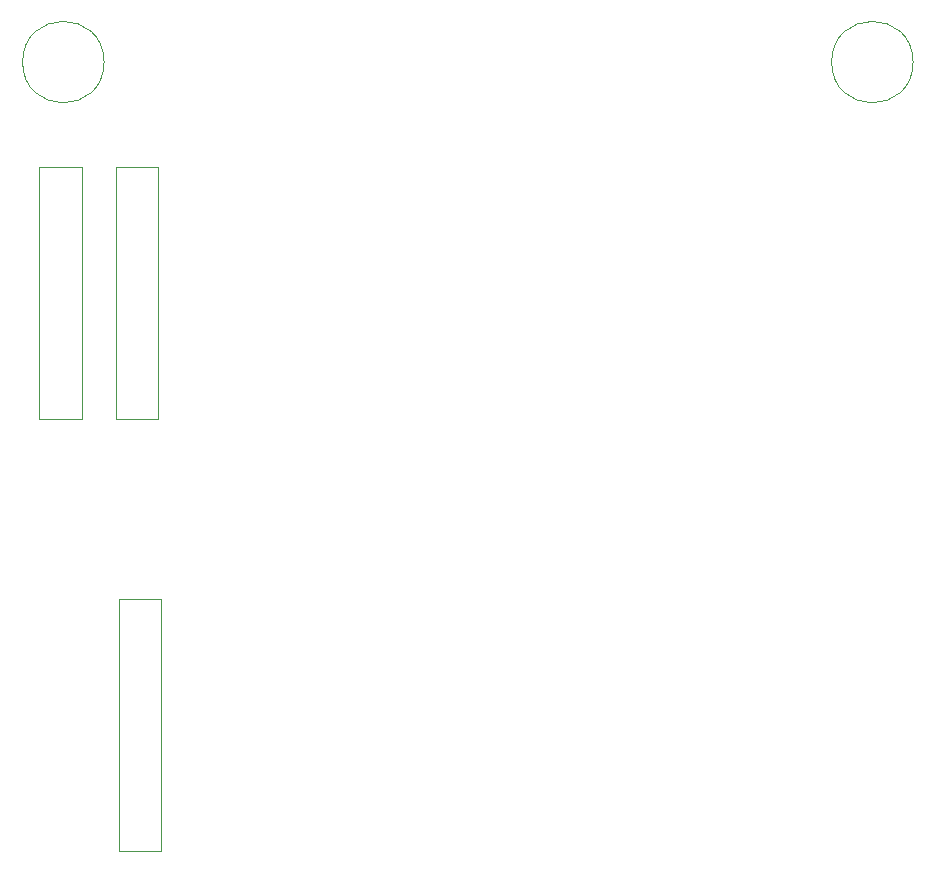
<source format=gbr>
%TF.GenerationSoftware,KiCad,Pcbnew,9.0.0*%
%TF.CreationDate,2025-04-13T20:44:06+03:30*%
%TF.ProjectId,DotMatrix,446f744d-6174-4726-9978-2e6b69636164,rev?*%
%TF.SameCoordinates,Original*%
%TF.FileFunction,Other,User*%
%FSLAX46Y46*%
G04 Gerber Fmt 4.6, Leading zero omitted, Abs format (unit mm)*
G04 Created by KiCad (PCBNEW 9.0.0) date 2025-04-13 20:44:06*
%MOMM*%
%LPD*%
G01*
G04 APERTURE LIST*
%ADD10C,0.050000*%
G04 APERTURE END LIST*
D10*
%TO.C,REF\u002A\u002A*%
X102200000Y-62750000D02*
G75*
G02*
X95300000Y-62750000I-3450000J0D01*
G01*
X95300000Y-62750000D02*
G75*
G02*
X102200000Y-62750000I3450000J0D01*
G01*
%TO.C,J1*%
X103450000Y-108190000D02*
X103450000Y-129540000D01*
X103450000Y-129540000D02*
X107050000Y-129540000D01*
X107050000Y-108190000D02*
X103450000Y-108190000D01*
X107050000Y-129540000D02*
X107050000Y-108190000D01*
%TO.C,REF\u002A\u002A*%
X170700000Y-62750000D02*
G75*
G02*
X163800000Y-62750000I-3450000J0D01*
G01*
X163800000Y-62750000D02*
G75*
G02*
X170700000Y-62750000I3450000J0D01*
G01*
%TO.C,J3*%
X96700000Y-71650000D02*
X96700000Y-93000000D01*
X96700000Y-93000000D02*
X100300000Y-93000000D01*
X100300000Y-71650000D02*
X96700000Y-71650000D01*
X100300000Y-93000000D02*
X100300000Y-71650000D01*
%TO.C,J2*%
X103200000Y-71650000D02*
X103200000Y-93000000D01*
X103200000Y-93000000D02*
X106800000Y-93000000D01*
X106800000Y-71650000D02*
X103200000Y-71650000D01*
X106800000Y-93000000D02*
X106800000Y-71650000D01*
%TD*%
M02*

</source>
